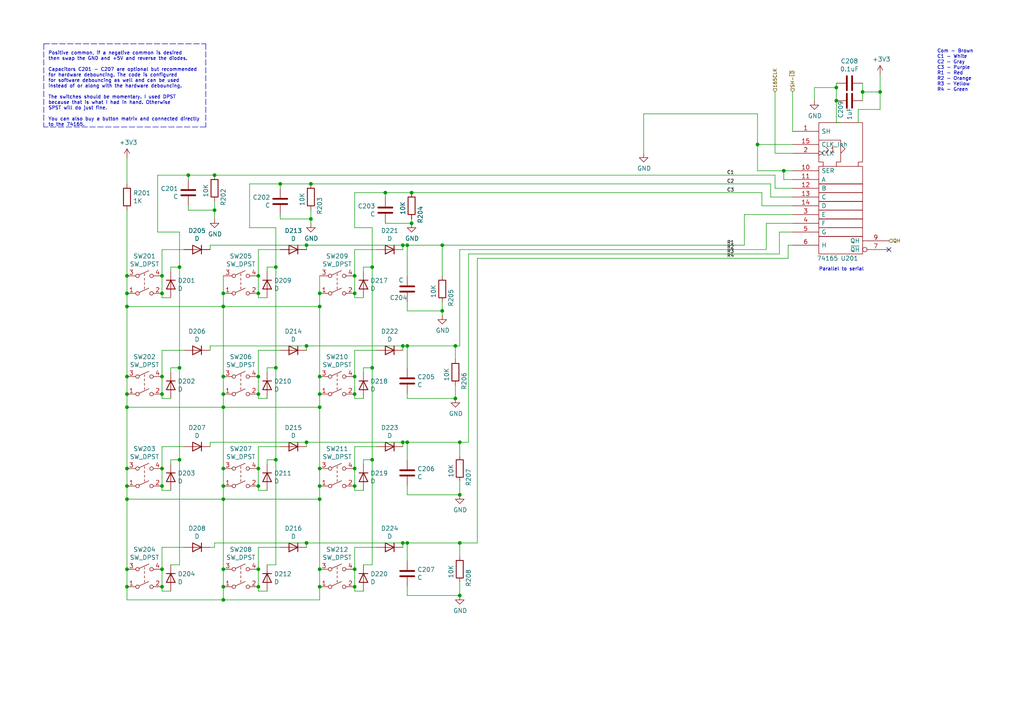
<source format=kicad_sch>
(kicad_sch (version 20211123) (generator eeschema)
  (paper "A4")
  (title_block (title "GRBL Controller") (date "2022-01-10") (rev "1") (comment 1 "Button matrix for the GRBL controller."))
  (lib_symbols
    (symbol "74xx_IEEE:74165" (pin_names (offset 0.762))
      (property "Reference" "U" (at 7.62 15.24 0))
      (property "Value" "74165" (at 6.35 -26.67 0))
      (symbol "74165_0_0"
        (rectangle (start -6.35 -19.05) (end -6.35 -19.05))
        (rectangle (start -6.35 -19.05) (end 6.35 -24.13))
        (rectangle (start -6.35 -16.51) (end 6.35 -19.05))
        (rectangle (start -6.35 -13.97) (end 6.35 -16.51))
        (rectangle (start -6.35 -11.43) (end 6.35 -13.97))
        (rectangle (start -6.35 -8.89) (end 6.35 -11.43))
        (rectangle (start -6.35 -6.35) (end 6.35 -8.89))
        (rectangle (start -6.35 -3.81) (end 6.35 -6.35))
        (rectangle (start -6.35 1.27) (end 6.35 -3.81))
        (polyline (pts (xy -4.318 5.08) (xy -3.556 5.842) (xy -3.556 5.842)))
        (polyline (pts (xy -4.318 6.858) (xy -3.556 6.096) (xy -4.318 5.334) (xy -4.318 5.334)))
        (polyline (pts (xy 0 7.62) (xy 1.27 6.35) (xy 0 5.08) (xy 0 5.08)))
        (polyline (pts (xy -6.35 8.89) (xy 0 8.89) (xy 0 2.54) (xy -1.27 2.54) (xy -1.27 1.27) (xy -1.27 1.27)))
        (polyline (pts (xy -5.08 1.27) (xy -5.08 2.54) (xy -6.35 2.54) (xy -6.35 13.97) (xy 6.35 13.97) (xy 6.35 2.54) (xy 5.08 2.54) (xy 5.08 1.27) (xy 5.08 1.27)))
        (text "1" (at -2.286 6.096 0) (effects (font (size 1.524 1.524))))
      )
      (symbol "74165_0_1"
        (pin power_in line (at 0 13.97 270) (length 0) hide (name "GND") (number "8"))
      )
      (symbol "74165_1_1"
        (pin input line (at -13.97 11.43 0) (length 7.62) (name "SH") (number "1"))
        (pin input line (at -13.97 0 0) (length 7.62) (name "SER") (number "10"))
        (pin input line (at -13.97 -2.54 0) (length 7.62) (name "A") (number "11"))
        (pin input line (at -13.97 -5.08 0) (length 7.62) (name "B") (number "12"))
        (pin input line (at -13.97 -7.62 0) (length 7.62) (name "C") (number "13"))
        (pin input line (at -13.97 -10.16 0) (length 7.62) (name "D") (number "14"))
        (pin input line (at -13.97 7.62 0) (length 7.62) (name "CLK_Inh") (number "15"))
        (pin power_in line (at 5.08 13.97 270) (length 0) hide (name "VCC") (number "16"))
        (pin input clock (at -13.97 5.08 0) (length 7.62) (name "CLK") (number "2"))
        (pin input line (at -13.97 -12.7 0) (length 7.62) (name "E") (number "3"))
        (pin input line (at -13.97 -15.24 0) (length 7.62) (name "F") (number "4"))
        (pin input line (at -13.97 -17.78 0) (length 7.62) (name "G") (number "5"))
        (pin input line (at -13.97 -21.59 0) (length 7.62) (name "H") (number "6"))
        (pin output inverted (at 13.97 -22.86 180) (length 7.62) (name "~{QH}") (number "7"))
        (pin tri_state line (at 13.97 -20.32 180) (length 7.62) (name "QH") (number "9"))
      )
    )
    (symbol "Device:C" (pin_numbers hide) (pin_names (offset 0.254))
      (property "Reference" "C" (at 0.635 2.54 0))
      (property "Value" "C" (at 0.635 -2.54 0))
      (symbol "C_0_1"
        (polyline (pts (xy -2.032 -0.762) (xy 2.032 -0.762)) (stroke (width 0.508)))
        (polyline (pts (xy -2.032 0.762) (xy 2.032 0.762)) (stroke (width 0.508)))
      )
      (symbol "C_1_1"
        (pin passive line (at 0 3.81 270) (length 2.794) (name "~") (number "1"))
        (pin passive line (at 0 -3.81 90) (length 2.794) (name "~") (number "2"))
      )
    )
    (symbol "Device:D" (pin_numbers hide) (pin_names (offset 1.016) hide)
      (property "Reference" "D" (at 0 2.54 0))
      (property "Value" "D" (at 0 -2.54 0))
      (symbol "D_0_1"
        (polyline (pts (xy -1.27 1.27) (xy -1.27 -1.27)) (stroke (width 0.254)))
        (polyline (pts (xy 1.27 0) (xy -1.27 0)))
        (polyline (pts (xy 1.27 1.27) (xy 1.27 -1.27) (xy -1.27 0) (xy 1.27 1.27)) (stroke (width 0.254)))
      )
      (symbol "D_1_1"
        (pin passive line (at -3.81 0 0) (length 2.54) (name "K") (number "1"))
        (pin passive line (at 3.81 0 180) (length 2.54) (name "A") (number "2"))
      )
    )
    (symbol "Device:R" (pin_numbers hide) (pin_names (offset 0))
      (property "Reference" "R" (at 2.032 0 90))
      (property "Value" "R" (at 0 0 90))
      (symbol "R_0_1"
        (rectangle (start -1.016 -2.54) (end 1.016 2.54) (stroke (width 0.254)))
      )
      (symbol "R_1_1"
        (pin passive line (at 0 3.81 270) (length 1.27) (name "~") (number "1"))
        (pin passive line (at 0 -3.81 90) (length 1.27) (name "~") (number "2"))
      )
    )
    (symbol "Switch:SW_DPST" (pin_names (offset 0) hide)
      (property "Reference" "SW" (at 0 5.08 0))
      (property "Value" "SW_DPST" (at 0 -5.08 0))
      (symbol "SW_DPST_0_0"
        (circle (center -2.032 -2.54) (radius 0.508))
        (circle (center -2.032 2.54) (radius 0.508))
        (polyline (pts (xy -1.524 -2.286) (xy 1.27 -1.016)))
        (polyline (pts (xy -1.524 2.794) (xy 1.27 4.064)))
        (polyline (pts (xy 0 -1.27) (xy 0 -0.635)))
        (polyline (pts (xy 0 0) (xy 0 0.635)))
        (polyline (pts (xy 0 1.27) (xy 0 1.905)))
        (polyline (pts (xy 0 2.54) (xy 0 3.175)))
        (circle (center 2.032 -2.54) (radius 0.508))
        (circle (center 2.032 2.54) (radius 0.508))
      )
      (symbol "SW_DPST_1_1"
        (pin passive line (at -5.08 -2.54 0) (length 2.54) (name "1") (number "1"))
        (pin passive line (at 5.08 -2.54 180) (length 2.54) (name "2") (number "2"))
        (pin passive line (at -5.08 2.54 0) (length 2.54) (name "3") (number "3"))
        (pin passive line (at 5.08 2.54 180) (length 2.54) (name "4") (number "4"))
      )
    )
    (symbol "power:+3V3" (power) (pin_names (offset 0))
      (property "Value" "+3V3" (at 0 3.556 0))
      (symbol "+3V3_0_1"
        (polyline (pts (xy -0.762 1.27) (xy 0 2.54)))
        (polyline (pts (xy 0 0) (xy 0 2.54)))
        (polyline (pts (xy 0 2.54) (xy 0.762 1.27)))
      )
      (symbol "+3V3_1_1"
        (pin power_in line (at 0 0 90) (length 0) hide (name "+3V3") (number "1"))
      )
    )
    (symbol "power:GND" (power) (pin_names (offset 0))
      (property "Value" "GND" (at 0 -3.81 0))
      (symbol "GND_0_1"
        (polyline (pts (xy 0 0) (xy 0 -1.27) (xy 1.27 -1.27) (xy 0 -2.54) (xy -1.27 -1.27) (xy 0 -1.27)))
      )
      (symbol "GND_1_1"
        (pin power_in line (at 0 0 270) (length 0) hide (name "GND") (number "1"))
      )
    )
  )
  (junction (at 88.9 157.48))
  (junction (at 133.35 143.51))
  (junction (at 116.84 157.48))
  (junction (at 74.93 170.18))
  (junction (at 46.99 109.22))
  (junction (at 132.08 100.33))
  (junction (at 36.83 165.1))
  (junction (at 88.9 100.33))
  (junction (at 52.07 133.35))
  (junction (at 46.99 135.89))
  (junction (at 64.77 114.3))
  (junction (at 133.35 172.72))
  (junction (at 46.99 85.09))
  (junction (at 64.77 118.11))
  (junction (at 242.57 25.4))
  (junction (at 74.93 85.09))
  (junction (at 92.71 118.11))
  (junction (at 36.83 88.9))
  (junction (at 46.99 170.18))
  (junction (at 36.83 80.01))
  (junction (at 118.11 71.12))
  (junction (at 74.93 165.1))
  (junction (at 62.23 60.96))
  (junction (at 81.28 53.34))
  (junction (at 118.11 128.27))
  (junction (at 102.87 170.18))
  (junction (at 92.71 140.97))
  (junction (at 102.87 114.3))
  (junction (at 92.71 170.18))
  (junction (at 118.11 100.33))
  (junction (at 36.83 140.97))
  (junction (at 36.83 118.11))
  (junction (at 242.57 29.21))
  (junction (at 74.93 114.3))
  (junction (at 250.19 26.67))
  (junction (at 92.71 144.78))
  (junction (at 92.71 135.89))
  (junction (at 92.71 165.1))
  (junction (at 52.07 77.47))
  (junction (at 64.77 165.1))
  (junction (at 92.71 114.3))
  (junction (at 128.27 90.17))
  (junction (at 36.83 85.09))
  (junction (at 80.01 106.68))
  (junction (at 64.77 170.18))
  (junction (at 90.17 63.5))
  (junction (at 64.77 85.09))
  (junction (at 36.83 135.89))
  (junction (at 80.01 77.47))
  (junction (at 36.83 144.78))
  (junction (at 219.71 41.91))
  (junction (at 102.87 80.01))
  (junction (at 74.93 80.01))
  (junction (at 255.27 26.67))
  (junction (at 102.87 109.22))
  (junction (at 64.77 135.89))
  (junction (at 119.38 55.88))
  (junction (at 111.76 55.88))
  (junction (at 74.93 135.89))
  (junction (at 102.87 140.97))
  (junction (at 64.77 140.97))
  (junction (at 102.87 85.09))
  (junction (at 227.33 49.53))
  (junction (at 92.71 109.22))
  (junction (at 133.35 128.27))
  (junction (at 128.27 71.12))
  (junction (at 88.9 128.27))
  (junction (at 36.83 114.3))
  (junction (at 64.77 144.78))
  (junction (at 64.77 109.22))
  (junction (at 46.99 80.01))
  (junction (at 46.99 165.1))
  (junction (at 62.23 50.8))
  (junction (at 36.83 170.18))
  (junction (at 74.93 140.97))
  (junction (at 88.9 71.12))
  (junction (at 116.84 71.12))
  (junction (at 102.87 165.1))
  (junction (at 116.84 100.33))
  (junction (at 54.61 50.8))
  (junction (at 119.38 64.77))
  (junction (at 64.77 88.9))
  (junction (at 107.95 133.35))
  (junction (at 132.08 115.57))
  (junction (at 107.95 106.68))
  (junction (at 64.77 173.99))
  (junction (at 74.93 109.22))
  (junction (at 80.01 133.35))
  (junction (at 36.83 109.22))
  (junction (at 46.99 140.97))
  (junction (at 107.95 77.47))
  (junction (at 118.11 157.48))
  (junction (at 92.71 85.09))
  (junction (at 133.35 157.48))
  (junction (at 92.71 88.9))
  (junction (at 116.84 128.27))
  (junction (at 102.87 135.89))
  (junction (at 90.17 53.34))
  (junction (at 46.99 114.3))
  (junction (at 52.07 106.68))
  (no_connect (at 257.81 72.39))
  (wire (pts (xy 74.93 135.89) (xy 74.93 129.54)))
  (wire (pts (xy 49.53 78.74) (xy 49.53 77.47)))
  (wire (pts (xy 102.87 72.39) (xy 109.22 72.39)))
  (wire (pts (xy 54.61 60.96) (xy 54.61 59.69)))
  (wire (pts (xy 92.71 165.1) (xy 92.71 170.18)))
  (wire (pts (xy 118.11 157.48) (xy 133.35 157.48)))
  (wire (pts (xy 64.77 144.78) (xy 92.71 144.78)))
  (wire (pts (xy 74.93 170.18) (xy 74.93 171.45)))
  (wire (pts (xy 229.87 38.1) (xy 229.87 26.67)))
  (wire (pts (xy 46.99 140.97) (xy 46.99 142.24)))
  (wire (pts (xy 81.28 62.23) (xy 81.28 63.5)))
  (wire (pts (xy 46.99 142.24) (xy 49.53 142.24)))
  (wire (pts (xy 102.87 170.18) (xy 102.87 165.1)))
  (wire (pts (xy 46.99 109.22) (xy 46.99 101.6)))
  (wire (pts (xy 54.61 52.07) (xy 54.61 50.8)))
  (wire (pts (xy 52.07 77.47) (xy 52.07 106.68)))
  (wire (pts (xy 64.77 88.9) (xy 92.71 88.9)))
  (wire (pts (xy 74.93 114.3) (xy 74.93 115.57)))
  (wire (pts (xy 88.9 157.48) (xy 116.84 157.48)))
  (wire (pts (xy 74.93 80.01) (xy 74.93 72.39)))
  (wire (pts (xy 62.23 157.48) (xy 88.9 157.48)))
  (wire (pts (xy 46.99 171.45) (xy 49.53 171.45)))
  (wire (pts (xy 128.27 80.01) (xy 128.27 71.12)))
  (wire (pts (xy 77.47 107.95) (xy 77.47 106.68)))
  (wire (pts (xy 133.35 161.29) (xy 133.35 157.48)))
  (wire (pts (xy 255.27 26.67) (xy 255.27 21.59)))
  (wire (pts (xy 116.84 100.33) (xy 116.84 101.6)))
  (wire (pts (xy 74.93 171.45) (xy 77.47 171.45)))
  (wire (pts (xy 102.87 135.89) (xy 102.87 129.54)))
  (wire (pts (xy 224.79 54.61) (xy 229.87 54.61)))
  (wire (pts (xy 116.84 71.12) (xy 118.11 71.12)))
  (wire (pts (xy 236.22 25.4) (xy 242.57 25.4)))
  (wire (pts (xy 74.93 86.36) (xy 77.47 86.36)))
  (wire (pts (xy 45.72 50.8) (xy 45.72 67.31)))
  (wire (pts (xy 107.95 106.68) (xy 107.95 133.35)))
  (wire (pts (xy 74.93 140.97) (xy 74.93 142.24)))
  (wire (pts (xy 118.11 87.63) (xy 118.11 90.17)))
  (wire (pts (xy 64.77 88.9) (xy 64.77 109.22)))
  (wire (pts (xy 105.41 78.74) (xy 105.41 77.47)))
  (wire (pts (xy 60.96 129.54) (xy 60.96 128.27)))
  (wire (pts (xy 64.77 173.99) (xy 64.77 170.18)))
  (wire (pts (xy 107.95 133.35) (xy 107.95 163.83)))
  (wire (pts (xy 102.87 142.24) (xy 105.41 142.24)))
  (wire (pts (xy 132.08 104.14) (xy 132.08 100.33)))
  (wire (pts (xy 133.35 72.39) (xy 222.25 72.39)))
  (wire (pts (xy 227.33 52.07) (xy 227.33 49.53)))
  (wire (pts (xy 46.99 115.57) (xy 49.53 115.57)))
  (wire (pts (xy 102.87 171.45) (xy 105.41 171.45)))
  (wire (pts (xy 102.87 158.75) (xy 109.22 158.75)))
  (wire (pts (xy 45.72 50.8) (xy 54.61 50.8)))
  (wire (pts (xy 45.72 67.31) (xy 52.07 67.31)))
  (wire (pts (xy 36.83 80.01) (xy 36.83 85.09)))
  (wire (pts (xy 81.28 53.34) (xy 90.17 53.34)))
  (wire (pts (xy 52.07 133.35) (xy 52.07 163.83)))
  (wire (pts (xy 90.17 63.5) (xy 90.17 64.77)))
  (wire (pts (xy 92.71 173.99) (xy 92.71 170.18)))
  (wire (pts (xy 111.76 55.88) (xy 119.38 55.88)))
  (wire (pts (xy 81.28 63.5) (xy 90.17 63.5)))
  (wire (pts (xy 88.9 128.27) (xy 88.9 129.54)))
  (wire (pts (xy 102.87 85.09) (xy 102.87 86.36)))
  (wire (pts (xy 72.39 66.04) (xy 72.39 53.34)))
  (polyline (pts (xy 12.7 12.7) (xy 59.69 12.7)))
  (wire (pts (xy 46.99 135.89) (xy 46.99 129.54)))
  (wire (pts (xy 220.98 59.69) (xy 229.87 59.69)))
  (wire (pts (xy 102.87 109.22) (xy 102.87 101.6)))
  (wire (pts (xy 46.99 80.01) (xy 46.99 72.39)))
  (wire (pts (xy 220.98 55.88) (xy 220.98 59.69)))
  (wire (pts (xy 92.71 144.78) (xy 92.71 165.1)))
  (wire (pts (xy 105.41 77.47) (xy 107.95 77.47)))
  (wire (pts (xy 80.01 77.47) (xy 80.01 66.04)))
  (wire (pts (xy 62.23 50.8) (xy 54.61 50.8)))
  (wire (pts (xy 102.87 165.1) (xy 102.87 158.75)))
  (wire (pts (xy 88.9 128.27) (xy 116.84 128.27)))
  (wire (pts (xy 224.79 44.45) (xy 224.79 26.67)))
  (wire (pts (xy 74.93 129.54) (xy 81.28 129.54)))
  (wire (pts (xy 223.52 53.34) (xy 90.17 53.34)))
  (wire (pts (xy 111.76 57.15) (xy 111.76 55.88)))
  (wire (pts (xy 49.53 77.47) (xy 52.07 77.47)))
  (polyline (pts (xy 59.69 12.7) (xy 59.69 36.83)))
  (wire (pts (xy 118.11 80.01) (xy 118.11 71.12)))
  (wire (pts (xy 80.01 77.47) (xy 80.01 106.68)))
  (wire (pts (xy 229.87 62.23) (xy 215.9 62.23)))
  (wire (pts (xy 119.38 55.88) (xy 220.98 55.88)))
  (wire (pts (xy 46.99 129.54) (xy 53.34 129.54)))
  (wire (pts (xy 60.96 158.75) (xy 62.23 158.75)))
  (wire (pts (xy 77.47 78.74) (xy 77.47 77.47)))
  (wire (pts (xy 92.71 85.09) (xy 92.71 88.9)))
  (wire (pts (xy 102.87 55.88) (xy 111.76 55.88)))
  (wire (pts (xy 102.87 85.09) (xy 102.87 80.01)))
  (wire (pts (xy 46.99 170.18) (xy 46.99 165.1)))
  (wire (pts (xy 128.27 71.12) (xy 215.9 71.12)))
  (wire (pts (xy 77.47 77.47) (xy 80.01 77.47)))
  (wire (pts (xy 242.57 35.56) (xy 242.57 29.21)))
  (wire (pts (xy 72.39 66.04) (xy 80.01 66.04)))
  (wire (pts (xy 250.19 24.13) (xy 250.19 26.67)))
  (wire (pts (xy 118.11 170.18) (xy 118.11 172.72)))
  (wire (pts (xy 215.9 62.23) (xy 215.9 71.12)))
  (wire (pts (xy 102.87 114.3) (xy 102.87 115.57)))
  (wire (pts (xy 36.83 80.01) (xy 36.83 60.96)))
  (wire (pts (xy 46.99 85.09) (xy 46.99 86.36)))
  (wire (pts (xy 105.41 133.35) (xy 107.95 133.35)))
  (wire (pts (xy 229.87 71.12) (xy 228.6 71.12)))
  (wire (pts (xy 255.27 31.75) (xy 255.27 26.67)))
  (wire (pts (xy 74.93 85.09) (xy 74.93 80.01)))
  (wire (pts (xy 49.53 134.62) (xy 49.53 133.35)))
  (wire (pts (xy 118.11 90.17) (xy 128.27 90.17)))
  (wire (pts (xy 46.99 165.1) (xy 46.99 158.75)))
  (wire (pts (xy 229.87 49.53) (xy 227.33 49.53)))
  (wire (pts (xy 242.57 29.21) (xy 242.57 25.4)))
  (wire (pts (xy 62.23 50.8) (xy 224.79 50.8)))
  (wire (pts (xy 64.77 173.99) (xy 92.71 173.99)))
  (wire (pts (xy 105.41 107.95) (xy 105.41 106.68)))
  (wire (pts (xy 116.84 100.33) (xy 118.11 100.33)))
  (wire (pts (xy 102.87 140.97) (xy 102.87 142.24)))
  (wire (pts (xy 62.23 60.96) (xy 62.23 63.5)))
  (wire (pts (xy 223.52 53.34) (xy 223.52 57.15)))
  (wire (pts (xy 36.83 144.78) (xy 64.77 144.78)))
  (wire (pts (xy 118.11 106.68) (xy 118.11 100.33)))
  (wire (pts (xy 49.53 163.83) (xy 52.07 163.83)))
  (wire (pts (xy 60.96 128.27) (xy 88.9 128.27)))
  (wire (pts (xy 102.87 66.04) (xy 102.87 55.88)))
  (wire (pts (xy 80.01 106.68) (xy 80.01 133.35)))
  (wire (pts (xy 116.84 128.27) (xy 116.84 129.54)))
  (wire (pts (xy 226.06 67.31) (xy 226.06 73.66)))
  (polyline (pts (xy 12.7 12.7) (xy 12.7 36.83)))
  (wire (pts (xy 227.33 49.53) (xy 219.71 49.53)))
  (wire (pts (xy 64.77 109.22) (xy 64.77 114.3)))
  (wire (pts (xy 74.93 142.24) (xy 77.47 142.24)))
  (wire (pts (xy 224.79 50.8) (xy 224.79 54.61)))
  (wire (pts (xy 116.84 71.12) (xy 116.84 72.39)))
  (wire (pts (xy 133.35 168.91) (xy 133.35 172.72)))
  (wire (pts (xy 36.83 85.09) (xy 36.83 88.9)))
  (wire (pts (xy 92.71 140.97) (xy 92.71 144.78)))
  (wire (pts (xy 133.35 128.27) (xy 135.89 128.27)))
  (wire (pts (xy 92.71 88.9) (xy 92.71 109.22)))
  (wire (pts (xy 46.99 140.97) (xy 46.99 135.89)))
  (wire (pts (xy 62.23 60.96) (xy 54.61 60.96)))
  (wire (pts (xy 74.93 109.22) (xy 74.93 101.6)))
  (wire (pts (xy 64.77 118.11) (xy 92.71 118.11)))
  (wire (pts (xy 74.93 170.18) (xy 74.93 165.1)))
  (wire (pts (xy 36.83 88.9) (xy 36.83 109.22)))
  (wire (pts (xy 64.77 114.3) (xy 64.77 118.11)))
  (wire (pts (xy 229.87 64.77) (xy 222.25 64.77)))
  (wire (pts (xy 77.47 163.83) (xy 80.01 163.83)))
  (polyline (pts (xy 59.69 36.83) (xy 12.7 36.83)))
  (wire (pts (xy 77.47 106.68) (xy 80.01 106.68)))
  (wire (pts (xy 64.77 140.97) (xy 64.77 144.78)))
  (wire (pts (xy 77.47 134.62) (xy 77.47 133.35)))
  (wire (pts (xy 46.99 114.3) (xy 46.99 109.22)))
  (wire (pts (xy 74.93 115.57) (xy 77.47 115.57)))
  (wire (pts (xy 52.07 67.31) (xy 52.07 77.47)))
  (wire (pts (xy 36.83 165.1) (xy 36.83 170.18)))
  (wire (pts (xy 107.95 77.47) (xy 107.95 66.04)))
  (wire (pts (xy 243.84 35.56) (xy 242.57 35.56)))
  (wire (pts (xy 46.99 114.3) (xy 46.99 115.57)))
  (wire (pts (xy 132.08 111.76) (xy 132.08 115.57)))
  (wire (pts (xy 74.93 72.39) (xy 81.28 72.39)))
  (wire (pts (xy 107.95 77.47) (xy 107.95 106.68)))
  (wire (pts (xy 88.9 71.12) (xy 116.84 71.12)))
  (wire (pts (xy 219.71 49.53) (xy 219.71 41.91)))
  (wire (pts (xy 105.41 163.83) (xy 107.95 163.83)))
  (wire (pts (xy 118.11 140.97) (xy 118.11 143.51)))
  (wire (pts (xy 49.53 107.95) (xy 49.53 106.68)))
  (wire (pts (xy 118.11 128.27) (xy 133.35 128.27)))
  (wire (pts (xy 105.41 106.68) (xy 107.95 106.68)))
  (wire (pts (xy 88.9 100.33) (xy 116.84 100.33)))
  (wire (pts (xy 250.19 26.67) (xy 250.19 29.21)))
  (wire (pts (xy 128.27 87.63) (xy 128.27 90.17)))
  (wire (pts (xy 92.71 118.11) (xy 92.71 135.89)))
  (wire (pts (xy 133.35 132.08) (xy 133.35 128.27)))
  (wire (pts (xy 118.11 172.72) (xy 133.35 172.72)))
  (wire (pts (xy 36.83 114.3) (xy 36.83 118.11)))
  (wire (pts (xy 135.89 128.27) (xy 135.89 73.66)))
  (wire (pts (xy 74.93 114.3) (xy 74.93 109.22)))
  (wire (pts (xy 105.41 134.62) (xy 105.41 133.35)))
  (wire (pts (xy 118.11 115.57) (xy 132.08 115.57)))
  (wire (pts (xy 133.35 100.33) (xy 133.35 72.39)))
  (wire (pts (xy 74.93 165.1) (xy 74.93 158.75)))
  (wire (pts (xy 138.43 74.93) (xy 228.6 74.93)))
  (wire (pts (xy 64.77 135.89) (xy 64.77 140.97)))
  (wire (pts (xy 49.53 133.35) (xy 52.07 133.35)))
  (wire (pts (xy 223.52 57.15) (xy 229.87 57.15)))
  (wire (pts (xy 116.84 128.27) (xy 118.11 128.27)))
  (wire (pts (xy 74.93 101.6) (xy 81.28 101.6)))
  (wire (pts (xy 118.11 114.3) (xy 118.11 115.57)))
  (wire (pts (xy 36.83 140.97) (xy 36.83 144.78)))
  (wire (pts (xy 242.57 25.4) (xy 242.57 24.13)))
  (wire (pts (xy 133.35 157.48) (xy 138.43 157.48)))
  (wire (pts (xy 74.93 158.75) (xy 81.28 158.75)))
  (wire (pts (xy 74.93 140.97) (xy 74.93 135.89)))
  (wire (pts (xy 135.89 73.66) (xy 226.06 73.66)))
  (wire (pts (xy 102.87 101.6) (xy 109.22 101.6)))
  (wire (pts (xy 102.87 86.36) (xy 105.41 86.36)))
  (wire (pts (xy 46.99 158.75) (xy 53.34 158.75)))
  (wire (pts (xy 62.23 158.75) (xy 62.23 157.48)))
  (wire (pts (xy 118.11 162.56) (xy 118.11 157.48)))
  (wire (pts (xy 80.01 133.35) (xy 80.01 163.83)))
  (wire (pts (xy 118.11 100.33) (xy 132.08 100.33)))
  (wire (pts (xy 36.83 118.11) (xy 36.83 135.89)))
  (wire (pts (xy 88.9 158.75) (xy 88.9 157.48)))
  (wire (pts (xy 248.92 35.56) (xy 248.92 31.75)))
  (wire (pts (xy 186.69 33.02) (xy 186.69 44.45)))
  (wire (pts (xy 116.84 157.48) (xy 118.11 157.48)))
  (wire (pts (xy 229.87 67.31) (xy 226.06 67.31)))
  (wire (pts (xy 128.27 90.17) (xy 128.27 91.44)))
  (wire (pts (xy 36.83 88.9) (xy 64.77 88.9)))
  (wire (pts (xy 88.9 72.39) (xy 88.9 71.12)))
  (wire (pts (xy 64.77 144.78) (xy 64.77 165.1)))
  (wire (pts (xy 46.99 170.18) (xy 46.99 171.45)))
  (wire (pts (xy 92.71 114.3) (xy 92.71 118.11)))
  (wire (pts (xy 118.11 143.51) (xy 133.35 143.51)))
  (wire (pts (xy 49.53 106.68) (xy 52.07 106.68)))
  (wire (pts (xy 64.77 85.09) (xy 64.77 88.9)))
  (wire (pts (xy 46.99 85.09) (xy 46.99 80.01)))
  (wire (pts (xy 60.96 101.6) (xy 60.96 100.33)))
  (wire (pts (xy 60.96 71.12) (xy 88.9 71.12)))
  (wire (pts (xy 64.77 165.1) (xy 64.77 170.18)))
  (wire (pts (xy 46.99 72.39) (xy 53.34 72.39)))
  (wire (pts (xy 119.38 64.77) (xy 119.38 63.5)))
  (wire (pts (xy 36.83 144.78) (xy 36.83 165.1)))
  (wire (pts (xy 116.84 157.48) (xy 116.84 158.75)))
  (wire (pts (xy 236.22 25.4) (xy 236.22 29.21)))
  (wire (pts (xy 36.83 170.18) (xy 36.83 173.99)))
  (wire (pts (xy 64.77 80.01) (xy 64.77 85.09)))
  (wire (pts (xy 62.23 58.42) (xy 62.23 60.96)))
  (wire (pts (xy 36.83 173.99) (xy 64.77 173.99)))
  (wire (pts (xy 222.25 64.77) (xy 222.25 72.39)))
  (wire (pts (xy 118.11 133.35) (xy 118.11 128.27)))
  (wire (pts (xy 77.47 133.35) (xy 80.01 133.35)))
  (wire (pts (xy 219.71 33.02) (xy 186.69 33.02)))
  (wire (pts (xy 228.6 71.12) (xy 228.6 74.93)))
  (wire (pts (xy 102.87 80.01) (xy 102.87 72.39)))
  (wire (pts (xy 60.96 100.33) (xy 88.9 100.33)))
  (wire (pts (xy 74.93 86.36) (xy 74.93 85.09)))
  (wire (pts (xy 229.87 52.07) (xy 227.33 52.07)))
  (wire (pts (xy 138.43 157.48) (xy 138.43 74.93)))
  (wire (pts (xy 90.17 60.96) (xy 90.17 63.5)))
  (wire (pts (xy 229.87 44.45) (xy 224.79 44.45)))
  (wire (pts (xy 46.99 101.6) (xy 53.34 101.6)))
  (wire (pts (xy 111.76 64.77) (xy 119.38 64.77)))
  (wire (pts (xy 52.07 106.68) (xy 52.07 133.35)))
  (wire (pts (xy 81.28 54.61) (xy 81.28 53.34)))
  (wire (pts (xy 102.87 140.97) (xy 102.87 135.89)))
  (wire (pts (xy 118.11 71.12) (xy 128.27 71.12)))
  (wire (pts (xy 36.83 135.89) (xy 36.83 140.97)))
  (wire (pts (xy 219.71 41.91) (xy 219.71 33.02)))
  (wire (pts (xy 133.35 139.7) (xy 133.35 143.51)))
  (wire (pts (xy 64.77 118.11) (xy 64.77 135.89)))
  (wire (pts (xy 229.87 41.91) (xy 219.71 41.91)))
  (wire (pts (xy 36.83 45.72) (xy 36.83 53.34)))
  (wire (pts (xy 88.9 101.6) (xy 88.9 100.33)))
  (wire (pts (xy 92.71 80.01) (xy 92.71 85.09)))
  (wire (pts (xy 36.83 118.11) (xy 64.77 118.11)))
  (wire (pts (xy 92.71 109.22) (xy 92.71 114.3)))
  (wire (pts (xy 102.87 114.3) (xy 102.87 109.22)))
  (wire (pts (xy 102.87 115.57) (xy 105.41 115.57)))
  (wire (pts (xy 248.92 31.75) (xy 255.27 31.75)))
  (wire (pts (xy 102.87 170.18) (xy 102.87 171.45)))
  (wire (pts (xy 250.19 26.67) (xy 255.27 26.67)))
  (wire (pts (xy 102.87 129.54) (xy 109.22 129.54)))
  (wire (pts (xy 46.99 86.36) (xy 49.53 86.36)))
  (wire (pts (xy 60.96 72.39) (xy 60.96 71.12)))
  (wire (pts (xy 72.39 53.34) (xy 81.28 53.34)))
  (wire (pts (xy 132.08 100.33) (xy 133.35 100.33)))
  (wire (pts (xy 36.83 109.22) (xy 36.83 114.3)))
  (wire (pts (xy 92.71 135.89) (xy 92.71 140.97)))
  (wire (pts (xy 107.95 66.04) (xy 102.87 66.04)))
  (text "Parallel to serial" (at 237.49 78.74 0) (effects (font (size 0.9906 0.9906)) (justify left bottom)))
  (text "Com - Brown\nC1 - White\nC2 - Gray\nC3 - Purple\nR1 - Red\nR2 - Orange\nR3 - Yellow\nR4 - Green" (at 271.78 26.67 0) (effects (font (size 0.9906 0.9906)) (justify left bottom)))
  (text "Positive common, if a negative common is desired\nthen swap the GND and +5V and reverse the diodes.\n\nCapacitors C201 - C207 are optional but recommended\nfor hardware debouncing. The code is configured\nfor software debouncing as well and can be used\ninstead of or along with the hardware debouncing.\n\nThe switches should be momentary. I used DPST\nbecause that is what I had in hand. Otherwise\nSPST will do just fine.\n\nYou can also buy a button matrix and connected directly\nto the 74165." (at 13.97 36.83 0) (effects (font (size 0.9906 0.9906)) (justify left bottom)))
  (label "C1" (at 210.82 50.8 0) (effects (font (size 0.9906 0.9906))))
  (label "R1" (at 210.82 71.12 0) (effects (font (size 0.9906 0.9906))))
  (label "C3" (at 210.82 55.88 0) (effects (font (size 0.9906 0.9906))))
  (label "R3" (at 210.82 73.66 0) (effects (font (size 0.9906 0.9906))))
  (label "R4" (at 210.82 74.93 0) (effects (font (size 0.9906 0.9906))))
  (label "C2" (at 210.82 53.34 0) (effects (font (size 0.9906 0.9906))))
  (label "R2" (at 210.82 72.39 0) (effects (font (size 0.9906 0.9906))))
  (hierarchical_label "165CLK" (shape input) (at 224.79 26.67 90) (effects (font (size 0.9906 0.9906))))
  (hierarchical_label "QH" (shape input) (at 257.81 69.85 0) (effects (font (size 0.9906 0.9906))))
  (hierarchical_label "SH-~{LD}" (shape input) (at 229.87 26.67 90) (effects (font (size 0.9906 0.9906))))
  (symbol (lib_id "Switch:SW_DPST") (at 41.91 82.55 0) (unit 1)
    (property "Reference" "SW201" (at 41.91 74.295 0))
    (property "Value" "SW_DPST" (at 41.91 76.6064 0))
    (property "Footprint" "MarcoK:TACTILE_SWITCH_6MM_SMD_2" (effects hide))
  )
  (symbol (lib_id "Device:D") (at 49.53 167.64 270) (unit 1)
    (property "Reference" "D204" (at 51.5366 166.4716 90) (effects (justify left)))
    (property "Value" "D" (at 51.5366 168.783 90) (effects (justify left)))
    (property "Footprint" "Diode_SMD:D_SOD-323_HandSoldering" (effects hide))
  )
  (symbol (lib_id "power:GND") (at 62.23 63.5 0) (unit 1)
    (property "Reference" "#PWR0202" (effects hide))
    (property "Value" "GND" (at 62.357 67.8942 0))
  )
  (symbol (lib_id "Device:R") (at 62.23 54.61 0) (mirror y) (unit 1)
    (property "Reference" "R202" (at 64.77 54.61 90) (effects (justify right)))
    (property "Value" "10K" (at 59.69 53.34 90) (effects (justify right)))
    (property "Footprint" "Resistor_SMD:R_0805_2012Metric_Pad1.20x1.40mm_HandSolder" (effects hide))
  )
  (symbol (lib_id "Switch:SW_DPST") (at 69.85 82.55 0) (unit 1)
    (property "Reference" "SW205" (at 69.85 74.295 0))
    (property "Value" "SW_DPST" (at 69.85 76.6064 0))
    (property "Footprint" "MarcoK:TACTILE_SWITCH_6MM_SMD_2" (effects hide))
  )
  (symbol (lib_id "Switch:SW_DPST") (at 97.79 82.55 0) (unit 1)
    (property "Reference" "SW209" (at 97.79 74.295 0))
    (property "Value" "SW_DPST" (at 97.79 76.6064 0))
    (property "Footprint" "MarcoK:TACTILE_SWITCH_6MM_SMD_2" (effects hide))
  )
  (symbol (lib_id "Switch:SW_DPST") (at 41.91 111.76 0) (unit 1)
    (property "Reference" "SW202" (at 41.91 103.505 0))
    (property "Value" "SW_DPST" (at 41.91 105.8164 0))
    (property "Footprint" "MarcoK:TACTILE_SWITCH_6MM_SMD_2" (effects hide))
  )
  (symbol (lib_id "Switch:SW_DPST") (at 69.85 111.76 0) (unit 1)
    (property "Reference" "SW206" (at 69.85 103.505 0))
    (property "Value" "SW_DPST" (at 69.85 105.8164 0))
    (property "Footprint" "MarcoK:TACTILE_SWITCH_6MM_SMD_2" (effects hide))
  )
  (symbol (lib_id "Switch:SW_DPST") (at 97.79 111.76 0) (unit 1)
    (property "Reference" "SW210" (at 97.79 103.505 0))
    (property "Value" "SW_DPST" (at 97.79 105.8164 0))
    (property "Footprint" "MarcoK:TACTILE_SWITCH_6MM_SMD_2" (effects hide))
  )
  (symbol (lib_id "Switch:SW_DPST") (at 41.91 138.43 0) (unit 1)
    (property "Reference" "SW203" (at 41.91 130.175 0))
    (property "Value" "SW_DPST" (at 41.91 132.4864 0))
    (property "Footprint" "MarcoK:TACTILE_SWITCH_6MM_SMD_2" (effects hide))
  )
  (symbol (lib_id "Switch:SW_DPST") (at 69.85 138.43 0) (unit 1)
    (property "Reference" "SW207" (at 69.85 130.175 0))
    (property "Value" "SW_DPST" (at 69.85 132.4864 0))
    (property "Footprint" "MarcoK:TACTILE_SWITCH_6MM_SMD_2" (effects hide))
  )
  (symbol (lib_id "Switch:SW_DPST") (at 97.79 138.43 0) (unit 1)
    (property "Reference" "SW211" (at 97.79 130.175 0))
    (property "Value" "SW_DPST" (at 97.79 132.4864 0))
    (property "Footprint" "MarcoK:TACTILE_SWITCH_6MM_SMD_2" (effects hide))
  )
  (symbol (lib_id "Switch:SW_DPST") (at 41.91 167.64 0) (unit 1)
    (property "Reference" "SW204" (at 41.91 159.385 0))
    (property "Value" "SW_DPST" (at 41.91 161.6964 0))
    (property "Footprint" "MarcoK:TACTILE_SWITCH_6MM_SMD_2" (effects hide))
  )
  (symbol (lib_id "Switch:SW_DPST") (at 69.85 167.64 0) (unit 1)
    (property "Reference" "SW208" (at 69.85 159.385 0))
    (property "Value" "SW_DPST" (at 69.85 161.6964 0))
    (property "Footprint" "MarcoK:TACTILE_SWITCH_6MM_SMD_2" (effects hide))
  )
  (symbol (lib_id "Switch:SW_DPST") (at 97.79 167.64 0) (unit 1)
    (property "Reference" "SW212" (at 97.79 159.385 0))
    (property "Value" "SW_DPST" (at 97.79 161.6964 0))
    (property "Footprint" "MarcoK:TACTILE_SWITCH_6MM_SMD_2" (effects hide))
  )
  (symbol (lib_id "Device:D") (at 49.53 138.43 270) (unit 1)
    (property "Reference" "D203" (at 51.5366 137.2616 90) (effects (justify left)))
    (property "Value" "D" (at 51.5366 139.573 90) (effects (justify left)))
    (property "Footprint" "Diode_SMD:D_SOD-323_HandSoldering" (effects hide))
  )
  (symbol (lib_id "Device:D") (at 49.53 111.76 270) (unit 1)
    (property "Reference" "D202" (at 51.5366 110.5916 90) (effects (justify left)))
    (property "Value" "D" (at 51.5366 112.903 90) (effects (justify left)))
    (property "Footprint" "Diode_SMD:D_SOD-323_HandSoldering" (effects hide))
  )
  (symbol (lib_id "Device:D") (at 49.53 82.55 270) (unit 1)
    (property "Reference" "D201" (at 51.5366 81.3816 90) (effects (justify left)))
    (property "Value" "D" (at 51.5366 83.693 90) (effects (justify left)))
    (property "Footprint" "Diode_SMD:D_SOD-323_HandSoldering" (effects hide))
  )
  (symbol (lib_id "Device:D") (at 105.41 167.64 270) (unit 1)
    (property "Reference" "D220" (at 107.4166 166.4716 90) (effects (justify left)))
    (property "Value" "D" (at 107.4166 168.783 90) (effects (justify left)))
    (property "Footprint" "Diode_SMD:D_SOD-323_HandSoldering" (effects hide))
  )
  (symbol (lib_id "Device:D") (at 105.41 138.43 270) (unit 1)
    (property "Reference" "D219" (at 107.4166 137.2616 90) (effects (justify left)))
    (property "Value" "D" (at 107.4166 139.573 90) (effects (justify left)))
    (property "Footprint" "Diode_SMD:D_SOD-323_HandSoldering" (effects hide))
  )
  (symbol (lib_id "Device:D") (at 105.41 111.76 270) (unit 1)
    (property "Reference" "D218" (at 107.4166 110.5916 90) (effects (justify left)))
    (property "Value" "D" (at 107.4166 112.903 90) (effects (justify left)))
    (property "Footprint" "Diode_SMD:D_SOD-323_HandSoldering" (effects hide))
  )
  (symbol (lib_id "Device:D") (at 105.41 82.55 270) (unit 1)
    (property "Reference" "D217" (at 107.4166 81.3816 90) (effects (justify left)))
    (property "Value" "D" (at 107.4166 83.693 90) (effects (justify left)))
    (property "Footprint" "Diode_SMD:D_SOD-323_HandSoldering" (effects hide))
  )
  (symbol (lib_id "Device:D") (at 77.47 167.64 270) (unit 1)
    (property "Reference" "D212" (at 79.4766 166.4716 90) (effects (justify left)))
    (property "Value" "D" (at 79.4766 168.783 90) (effects (justify left)))
    (property "Footprint" "Diode_SMD:D_SOD-323_HandSoldering" (effects hide))
  )
  (symbol (lib_id "Device:D") (at 77.47 138.43 270) (unit 1)
    (property "Reference" "D211" (at 79.4766 137.2616 90) (effects (justify left)))
    (property "Value" "D" (at 79.4766 139.573 90) (effects (justify left)))
    (property "Footprint" "Diode_SMD:D_SOD-323_HandSoldering" (effects hide))
  )
  (symbol (lib_id "Device:D") (at 77.47 111.76 270) (unit 1)
    (property "Reference" "D210" (at 79.4766 110.5916 90) (effects (justify left)))
    (property "Value" "D" (at 79.4766 112.903 90) (effects (justify left)))
    (property "Footprint" "Diode_SMD:D_SOD-323_HandSoldering" (effects hide))
  )
  (symbol (lib_id "Device:D") (at 77.47 82.55 270) (unit 1)
    (property "Reference" "D209" (at 79.4766 81.3816 90) (effects (justify left)))
    (property "Value" "D" (at 79.4766 83.693 90) (effects (justify left)))
    (property "Footprint" "Diode_SMD:D_SOD-323_HandSoldering" (effects hide))
  )
  (symbol (lib_id "Device:D") (at 57.15 158.75 180) (unit 1)
    (property "Reference" "D208" (at 57.15 153.2636 0))
    (property "Value" "D" (at 57.15 155.575 0))
    (property "Footprint" "Diode_SMD:D_SOD-323_HandSoldering" (effects hide))
  )
  (symbol (lib_id "Device:D") (at 85.09 158.75 180) (unit 1)
    (property "Reference" "D216" (at 85.09 153.2636 0))
    (property "Value" "D" (at 85.09 155.575 0))
    (property "Footprint" "Diode_SMD:D_SOD-323_HandSoldering" (effects hide))
  )
  (symbol (lib_id "Device:D") (at 113.03 158.75 180) (unit 1)
    (property "Reference" "D224" (at 113.03 153.2636 0))
    (property "Value" "D" (at 113.03 155.575 0))
    (property "Footprint" "Diode_SMD:D_SOD-323_HandSoldering" (effects hide))
  )
  (symbol (lib_id "Device:D") (at 57.15 72.39 180) (unit 1)
    (property "Reference" "D205" (at 57.15 66.9036 0))
    (property "Value" "D" (at 57.15 69.215 0))
    (property "Footprint" "Diode_SMD:D_SOD-323_HandSoldering" (effects hide))
  )
  (symbol (lib_id "Device:D") (at 85.09 72.39 180) (unit 1)
    (property "Reference" "D213" (at 85.09 66.9036 0))
    (property "Value" "D" (at 85.09 69.215 0))
    (property "Footprint" "Diode_SMD:D_SOD-323_HandSoldering" (effects hide))
  )
  (symbol (lib_id "Device:D") (at 113.03 72.39 180) (unit 1)
    (property "Reference" "D221" (at 113.03 66.9036 0))
    (property "Value" "D" (at 113.03 69.215 0))
    (property "Footprint" "Diode_SMD:D_SOD-323_HandSoldering" (effects hide))
  )
  (symbol (lib_id "Device:D") (at 57.15 129.54 180) (unit 1)
    (property "Reference" "D207" (at 57.15 124.0536 0))
    (property "Value" "D" (at 57.15 126.365 0))
    (property "Footprint" "Diode_SMD:D_SOD-323_HandSoldering" (effects hide))
  )
  (symbol (lib_id "Device:D") (at 85.09 129.54 180) (unit 1)
    (property "Reference" "D215" (at 85.09 124.0536 0))
    (property "Value" "D" (at 85.09 126.365 0))
    (property "Footprint" "Diode_SMD:D_SOD-323_HandSoldering" (effects hide))
  )
  (symbol (lib_id "Device:D") (at 113.03 129.54 180) (unit 1)
    (property "Reference" "D223" (at 113.03 124.0536 0))
    (property "Value" "D" (at 113.03 126.365 0))
    (property "Footprint" "Diode_SMD:D_SOD-323_HandSoldering" (effects hide))
  )
  (symbol (lib_id "Device:D") (at 57.15 101.6 180) (unit 1)
    (property "Reference" "D206" (at 57.15 96.1136 0))
    (property "Value" "D" (at 57.15 98.425 0))
    (property "Footprint" "Diode_SMD:D_SOD-323_HandSoldering" (effects hide))
  )
  (symbol (lib_id "Device:D") (at 85.09 101.6 180) (unit 1)
    (property "Reference" "D214" (at 85.09 96.1136 0))
    (property "Value" "D" (at 85.09 98.425 0))
    (property "Footprint" "Diode_SMD:D_SOD-323_HandSoldering" (effects hide))
  )
  (symbol (lib_id "Device:D") (at 113.03 101.6 180) (unit 1)
    (property "Reference" "D222" (at 113.03 96.1136 0))
    (property "Value" "D" (at 113.03 98.425 0))
    (property "Footprint" "Diode_SMD:D_SOD-323_HandSoldering" (effects hide))
  )
  (symbol (lib_id "Device:R") (at 36.83 57.15 0) (unit 1)
    (property "Reference" "R201" (at 38.608 55.9816 0) (effects (justify left)))
    (property "Value" "1K" (at 38.608 58.293 0) (effects (justify left)))
    (property "Footprint" "Resistor_SMD:R_0805_2012Metric_Pad1.20x1.40mm_HandSolder" (effects hide))
  )
  (symbol (lib_id "74xx_IEEE:74165") (at 243.84 49.53 0) (unit 1)
    (property "Reference" "U201" (at 246.38 74.93 0))
    (property "Value" "74165" (at 240.03 74.93 0))
    (property "Footprint" "Package_DIP:DIP-16_W7.62mm_LongPads" (effects hide))
  )
  (symbol (lib_id "Device:C") (at 118.11 110.49 0) (unit 1)
    (property "Reference" "C205" (at 121.031 109.3216 0) (effects (justify left)))
    (property "Value" "C" (at 121.031 111.633 0) (effects (justify left)))
    (property "Footprint" "Capacitor_SMD:C_0805_2012Metric_Pad1.18x1.45mm_HandSolder" (effects hide))
  )
  (symbol (lib_id "power:GND") (at 90.17 64.77 0) (unit 1)
    (property "Reference" "#PWR0203" (effects hide))
    (property "Value" "GND" (at 90.297 69.1642 0))
  )
  (symbol (lib_id "Device:R") (at 90.17 57.15 0) (mirror y) (unit 1)
    (property "Reference" "R203" (at 92.71 57.15 90) (effects (justify right)))
    (property "Value" "10K" (at 87.63 55.88 90) (effects (justify right)))
    (property "Footprint" "Resistor_SMD:R_0805_2012Metric_Pad1.20x1.40mm_HandSolder" (effects hide))
  )
  (symbol (lib_id "power:GND") (at 119.38 64.77 0) (unit 1)
    (property "Reference" "#PWR0204" (effects hide))
    (property "Value" "GND" (at 119.507 69.1642 0))
  )
  (symbol (lib_id "Device:R") (at 119.38 59.69 0) (mirror y) (unit 1)
    (property "Reference" "R204" (at 121.92 59.69 90) (effects (justify right)))
    (property "Value" "10K" (at 116.84 58.42 90) (effects (justify right)))
    (property "Footprint" "Resistor_SMD:R_0805_2012Metric_Pad1.20x1.40mm_HandSolder" (effects hide))
  )
  (symbol (lib_id "power:GND") (at 133.35 172.72 0) (unit 1)
    (property "Reference" "#PWR0208" (effects hide))
    (property "Value" "GND" (at 133.477 177.1142 0))
  )
  (symbol (lib_id "Device:R") (at 133.35 165.1 0) (mirror y) (unit 1)
    (property "Reference" "R208" (at 135.89 165.1 90) (effects (justify right)))
    (property "Value" "10K" (at 130.81 163.83 90) (effects (justify right)))
    (property "Footprint" "Resistor_SMD:R_0805_2012Metric_Pad1.20x1.40mm_HandSolder" (effects hide))
  )
  (symbol (lib_id "power:GND") (at 133.35 143.51 0) (unit 1)
    (property "Reference" "#PWR0207" (effects hide))
    (property "Value" "GND" (at 133.477 147.9042 0))
  )
  (symbol (lib_id "Device:R") (at 133.35 135.89 0) (mirror y) (unit 1)
    (property "Reference" "R207" (at 135.89 135.89 90) (effects (justify right)))
    (property "Value" "10K" (at 130.81 134.62 90) (effects (justify right)))
    (property "Footprint" "Resistor_SMD:R_0805_2012Metric_Pad1.20x1.40mm_HandSolder" (effects hide))
  )
  (symbol (lib_id "power:GND") (at 132.08 115.57 0) (unit 1)
    (property "Reference" "#PWR0206" (effects hide))
    (property "Value" "GND" (at 132.207 119.9642 0))
  )
  (symbol (lib_id "Device:R") (at 132.08 107.95 0) (mirror y) (unit 1)
    (property "Reference" "R206" (at 134.62 107.95 90) (effects (justify right)))
    (property "Value" "10K" (at 129.54 106.68 90) (effects (justify right)))
    (property "Footprint" "Resistor_SMD:R_0805_2012Metric_Pad1.20x1.40mm_HandSolder" (effects hide))
  )
  (symbol (lib_id "power:GND") (at 128.27 91.44 0) (unit 1)
    (property "Reference" "#PWR0205" (effects hide))
    (property "Value" "GND" (at 128.397 95.8342 0))
  )
  (symbol (lib_id "Device:R") (at 128.27 83.82 0) (mirror y) (unit 1)
    (property "Reference" "R205" (at 130.81 83.82 90) (effects (justify right)))
    (property "Value" "10K" (at 125.73 82.55 90) (effects (justify right)))
    (property "Footprint" "Resistor_SMD:R_0805_2012Metric_Pad1.20x1.40mm_HandSolder" (effects hide))
  )
  (symbol (lib_id "power:GND") (at 186.69 44.45 0) (unit 1)
    (property "Reference" "#PWR0209" (effects hide))
    (property "Value" "GND" (at 186.817 48.8442 0))
  )
  (symbol (lib_id "power:GND") (at 236.22 29.21 0) (unit 1)
    (property "Reference" "#PWR0210" (effects hide))
    (property "Value" "GND" (at 236.347 33.6042 0))
  )
  (symbol (lib_id "Device:C") (at 246.38 29.21 270) (unit 1)
    (property "Reference" "C209" (at 243.84 31.75 0))
    (property "Value" "1uF" (at 246.38 33.02 0))
    (property "Footprint" "Capacitor_SMD:C_0805_2012Metric_Pad1.18x1.45mm_HandSolder" (effects hide))
  )
  (symbol (lib_id "Device:C") (at 246.38 24.13 270) (unit 1)
    (property "Reference" "C208" (at 246.38 17.7292 90))
    (property "Value" "0.1uF" (at 246.38 20.0406 90))
    (property "Footprint" "Capacitor_SMD:C_0805_2012Metric_Pad1.18x1.45mm_HandSolder" (effects hide))
  )
  (symbol (lib_id "Device:C") (at 118.11 137.16 0) (unit 1)
    (property "Reference" "C206" (at 121.031 135.9916 0) (effects (justify left)))
    (property "Value" "C" (at 121.031 138.303 0) (effects (justify left)))
    (property "Footprint" "Capacitor_SMD:C_0805_2012Metric_Pad1.18x1.45mm_HandSolder" (effects hide))
  )
  (symbol (lib_id "Device:C") (at 118.11 166.37 0) (unit 1)
    (property "Reference" "C207" (at 121.031 165.2016 0) (effects (justify left)))
    (property "Value" "C" (at 121.031 167.513 0) (effects (justify left)))
    (property "Footprint" "Capacitor_SMD:C_0805_2012Metric_Pad1.18x1.45mm_HandSolder" (effects hide))
  )
  (symbol (lib_id "Device:C") (at 118.11 83.82 0) (unit 1)
    (property "Reference" "C204" (at 113.03 86.36 0) (effects (justify left)))
    (property "Value" "C" (at 115.57 81.28 0) (effects (justify left)))
    (property "Footprint" "Capacitor_SMD:C_0805_2012Metric_Pad1.18x1.45mm_HandSolder" (effects hide))
  )
  (symbol (lib_id "Device:C") (at 54.61 55.88 0) (mirror x) (unit 1)
    (property "Reference" "C201" (at 51.7144 54.7116 0) (effects (justify right)))
    (property "Value" "C" (at 51.7144 57.023 0) (effects (justify right)))
    (property "Footprint" "Capacitor_SMD:C_0805_2012Metric_Pad1.18x1.45mm_HandSolder" (effects hide))
  )
  (symbol (lib_id "Device:C") (at 81.28 58.42 0) (mirror x) (unit 1)
    (property "Reference" "C202" (at 78.3844 57.2516 0) (effects (justify right)))
    (property "Value" "C" (at 78.3844 59.563 0) (effects (justify right)))
    (property "Footprint" "Capacitor_SMD:C_0805_2012Metric_Pad1.18x1.45mm_HandSolder" (effects hide))
  )
  (symbol (lib_id "Device:C") (at 111.76 60.96 0) (mirror x) (unit 1)
    (property "Reference" "C203" (at 108.8644 59.7916 0) (effects (justify right)))
    (property "Value" "C" (at 108.8644 62.103 0) (effects (justify right)))
    (property "Footprint" "Capacitor_SMD:C_0805_2012Metric_Pad1.18x1.45mm_HandSolder" (effects hide))
  )
  (symbol (lib_id "power:+3V3") (at 36.83 45.72 0) (unit 1)
    (property "Reference" "#PWR0201" (effects hide))
    (property "Value" "+3V3" (at 37.211 41.3258 0))
  )
  (symbol (lib_id "power:+3V3") (at 255.27 21.59 0) (unit 1)
    (property "Reference" "#PWR0211" (effects hide))
    (property "Value" "+3V3" (at 255.651 17.1958 0))
  )
)
</source>
